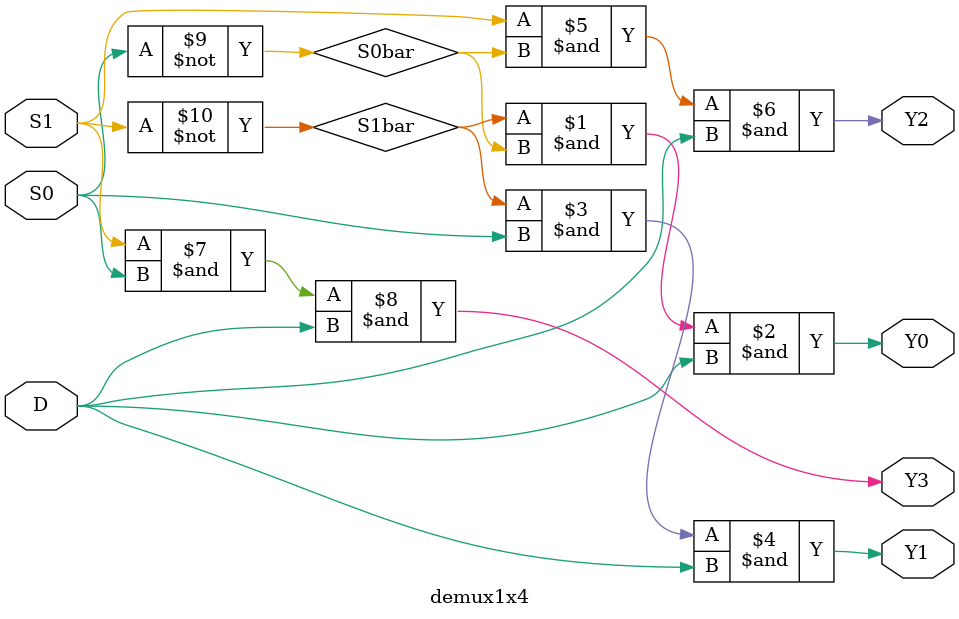
<source format=v>
module demux1x4(Y0,Y1,Y2,Y3,D,S0,S1);
	output Y0,Y1,Y2,Y3;
	input D,S0,S1;	
	wire S0bar,S1bar;
	not(S0bar,S0);
	not(S1bar,S1);
	and(Y0,S1bar,S0bar,D);
	and(Y1,S1bar,S0,D);
	and(Y2,S1,S0bar,D);
	and(Y3,S1,S0,D);
endmodule

</source>
